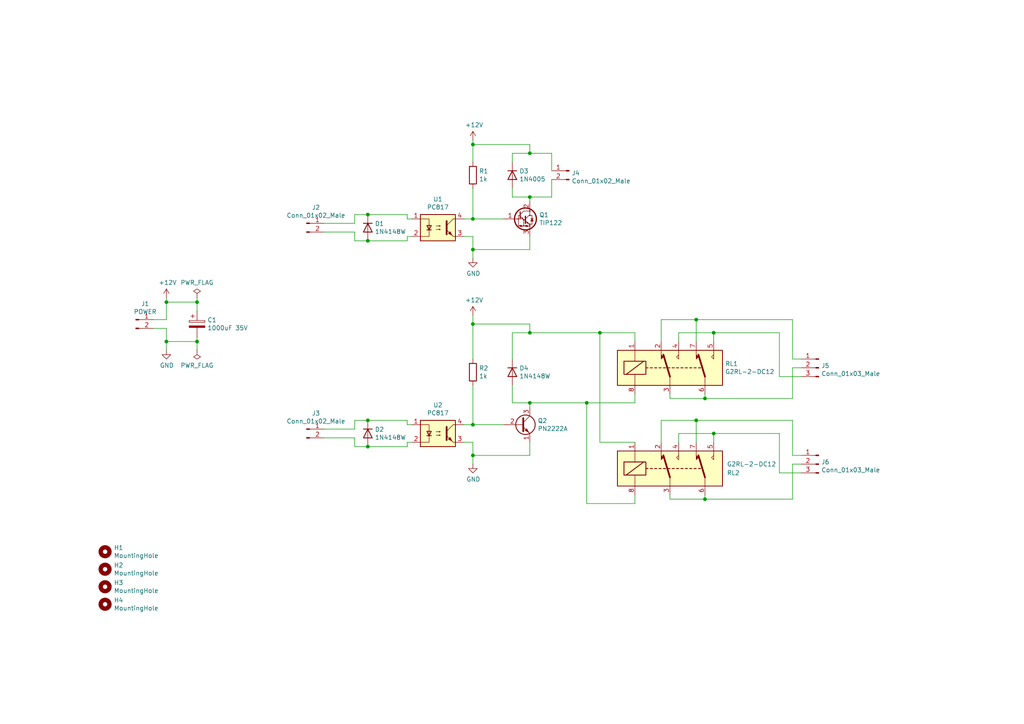
<source format=kicad_sch>
(kicad_sch (version 20230121) (generator eeschema)
  (paper "A4")
  (title_block (title "Slow Switching Outputs") (date "2021-06-21") (rev "1.0"))
  (lib_symbols
    (symbol "Device:R" (pin_numbers hide) (pin_names (offset 0))
      (property "Reference" "R" (at 2.032 0 90))
      (property "Value" "R" (at 0 0 90))
      (symbol "R_0_1"
        (rectangle (start -1.016 -2.54) (end 1.016 2.54) (stroke (width 0.254)))
      )
      (symbol "R_1_1"
        (pin passive line (at 0 3.81 270) (length 1.27) (name "~") (number "1"))
        (pin passive line (at 0 -3.81 90) (length 1.27) (name "~") (number "2"))
      )
    )
    (symbol "Diode:1N4005" (pin_numbers hide) (pin_names hide)
      (property "Reference" "D" (at 0 2.54 0))
      (property "Value" "1N4005" (at 0 -2.54 0))
      (symbol "1N4005_0_1"
        (polyline (pts (xy -1.27 1.27) (xy -1.27 -1.27)) (stroke (width 0.254)))
        (polyline (pts (xy 1.27 0) (xy -1.27 0)))
        (polyline (pts (xy 1.27 1.27) (xy 1.27 -1.27) (xy -1.27 0) (xy 1.27 1.27)) (stroke (width 0.254)))
      )
      (symbol "1N4005_1_1"
        (pin passive line (at -3.81 0 0) (length 2.54) (name "K") (number "1"))
        (pin passive line (at 3.81 0 180) (length 2.54) (name "A") (number "2"))
      )
    )
    (symbol "Diode:1N4148W" (pin_numbers hide) (pin_names hide)
      (property "Reference" "D" (at 0 2.54 0))
      (property "Value" "1N4148W" (at 0 -2.54 0))
      (symbol "1N4148W_0_1"
        (polyline (pts (xy -1.27 1.27) (xy -1.27 -1.27)) (stroke (width 0.254)))
        (polyline (pts (xy 1.27 0) (xy -1.27 0)))
        (polyline (pts (xy 1.27 1.27) (xy 1.27 -1.27) (xy -1.27 0) (xy 1.27 1.27)) (stroke (width 0.254)))
      )
      (symbol "1N4148W_1_1"
        (pin passive line (at -3.81 0 0) (length 2.54) (name "K") (number "1"))
        (pin passive line (at 3.81 0 180) (length 2.54) (name "A") (number "2"))
      )
    )
    (symbol "Isolator:PC817" (pin_names (offset 1.016))
      (property "Reference" "U" (at -5.08 5.08 0))
      (property "Value" "PC817" (at 0 5.08 0))
      (symbol "PC817_0_1"
        (rectangle (start -5.08 3.81) (end 5.08 -3.81) (stroke (width 0.254)) (fill (type background)))
        (polyline (pts (xy -3.175 -0.635) (xy -1.905 -0.635)) (stroke (width 0.254)))
        (polyline (pts (xy 2.54 0.635) (xy 4.445 2.54)))
        (polyline (pts (xy 4.445 -2.54) (xy 2.54 -0.635)) (fill (type outline)))
        (polyline (pts (xy 4.445 -2.54) (xy 5.08 -2.54)))
        (polyline (pts (xy 4.445 2.54) (xy 5.08 2.54)))
        (polyline (pts (xy -5.08 2.54) (xy -2.54 2.54) (xy -2.54 -0.635)))
        (polyline (pts (xy -2.54 -0.635) (xy -2.54 -2.54) (xy -5.08 -2.54)))
        (polyline (pts (xy 2.54 1.905) (xy 2.54 -1.905) (xy 2.54 -1.905)) (stroke (width 0.508)))
        (polyline (pts (xy -2.54 -0.635) (xy -3.175 0.635) (xy -1.905 0.635) (xy -2.54 -0.635)) (stroke (width 0.254)))
        (polyline (pts (xy -0.508 -0.508) (xy 0.762 -0.508) (xy 0.381 -0.635) (xy 0.381 -0.381) (xy 0.762 -0.508)))
        (polyline (pts (xy -0.508 0.508) (xy 0.762 0.508) (xy 0.381 0.381) (xy 0.381 0.635) (xy 0.762 0.508)))
        (polyline (pts (xy 3.048 -1.651) (xy 3.556 -1.143) (xy 4.064 -2.159) (xy 3.048 -1.651) (xy 3.048 -1.651)) (fill (type outline)))
      )
      (symbol "PC817_1_1"
        (pin passive line (at -7.62 2.54 0) (length 2.54) (name "~") (number "1"))
        (pin passive line (at -7.62 -2.54 0) (length 2.54) (name "~") (number "2"))
        (pin passive line (at 7.62 -2.54 180) (length 2.54) (name "~") (number "3"))
        (pin passive line (at 7.62 2.54 180) (length 2.54) (name "~") (number "4"))
      )
    )
    (symbol "Mechanical:MountingHole" (pin_names (offset 1.016))
      (property "Reference" "H" (at 0 5.08 0))
      (property "Value" "MountingHole" (at 0 3.175 0))
      (symbol "MountingHole_0_1"
        (circle (center 0 0) (radius 1.27) (stroke (width 1.27)))
      )
    )
    (symbol "Transistor_BJT:PN2222A" (pin_names (offset 0) hide)
      (property "Reference" "Q" (at 5.08 1.905 0))
      (property "Value" "PN2222A" (at 5.08 0 0))
      (symbol "PN2222A_0_1"
        (polyline (pts (xy 0 0) (xy 0.635 0)))
        (polyline (pts (xy 2.54 -2.54) (xy 0.635 -0.635)))
        (polyline (pts (xy 2.54 2.54) (xy 0.635 0.635)))
        (polyline (pts (xy 0.635 1.905) (xy 0.635 -1.905) (xy 0.635 -1.905)) (stroke (width 0.508)))
        (polyline (pts (xy 2.413 -2.413) (xy 1.905 -1.905) (xy 1.905 -1.905)))
        (polyline (pts (xy 1.143 -1.651) (xy 1.651 -1.143) (xy 2.159 -2.159) (xy 1.143 -1.651) (xy 1.143 -1.651)) (fill (type outline)))
        (circle (center 1.27 0) (radius 2.8194) (stroke (width 0.254)))
      )
      (symbol "PN2222A_1_1"
        (pin passive line (at 2.54 -5.08 90) (length 2.54) (name "E") (number "1"))
        (pin input line (at -5.08 0 0) (length 5.08) (name "B") (number "2"))
        (pin passive line (at 2.54 5.08 270) (length 2.54) (name "C") (number "3"))
      )
    )
    (symbol "Transistor_BJT:TIP122" (pin_names (offset 0) hide)
      (property "Reference" "Q" (at 5.08 1.905 0))
      (property "Value" "TIP122" (at 5.08 0 0))
      (symbol "TIP122_0_1"
        (circle (center -0.762 0) (radius 0.127))
        (polyline (pts (xy -1.27 0) (xy -0.889 0)))
        (polyline (pts (xy 2.54 -2.032) (xy 2.54 -2.54)))
        (polyline (pts (xy 2.54 -1.524) (xy 3.175 -1.524)))
        (polyline (pts (xy 2.794 0.127) (xy 3.556 0.127)))
        (polyline (pts (xy 3.175 -0.635) (xy 3.175 -1.524)))
        (polyline (pts (xy 3.175 1.016) (xy 2.54 1.016)))
        (polyline (pts (xy 3.175 1.016) (xy 3.175 0.127)))
        (polyline (pts (xy -0.254 0.762) (xy 0.762 -0.254) (xy 1.27 -0.254)))
        (polyline (pts (xy -0.254 1.016) (xy -0.762 1.016) (xy -0.762 -2.032)))
        (polyline (pts (xy -0.254 1.27) (xy 0.762 2.286) (xy 2.54 2.286)))
        (polyline (pts (xy -0.254 2.032) (xy -0.254 0) (xy -0.254 0)) (stroke (width 0.3048)))
        (polyline (pts (xy 1.27 0.762) (xy 1.27 -1.27) (xy 1.27 -1.27)) (stroke (width 0.381)))
        (polyline (pts (xy 0.635 -0.127) (xy 0.381 0.381) (xy 0.127 0.127) (xy 0.635 -0.127)))
        (polyline (pts (xy 1.27 -0.508) (xy 2.286 -1.524) (xy 2.54 -1.524) (xy 2.54 -2.032)))
        (polyline (pts (xy 1.27 0) (xy 2.286 1.016) (xy 2.54 1.016) (xy 2.54 2.286)))
        (polyline (pts (xy 2.159 -1.397) (xy 1.905 -0.889) (xy 1.651 -1.143) (xy 2.159 -1.397)))
        (polyline (pts (xy 3.175 0.127) (xy 2.794 -0.635) (xy 3.556 -0.635) (xy 3.175 0.127)) (fill (type outline)))
        (polyline (pts (xy 0.762 -2.032) (xy 0.381 -2.032) (xy 0.254 -2.286) (xy 0.127 -1.778) (xy 0 -2.286) (xy -0.127 -1.778) (xy -0.254 -2.286) (xy -0.381 -1.778) (xy -0.508 -2.032) (xy -0.762 -2.032)))
        (polyline (pts (xy 0.762 -0.254) (xy 0.762 -2.032) (xy 1.143 -2.032) (xy 1.27 -1.778) (xy 1.397 -2.286) (xy 1.524 -1.778) (xy 1.651 -2.286) (xy 1.778 -1.778) (xy 1.905 -2.286) (xy 2.032 -2.032) (xy 2.54 -2.032)))
        (circle (center 0.762 -2.032) (radius 0.127))
        (circle (center 0.762 -0.254) (radius 0.127))
        (circle (center 1.27 0) (radius 3.175) (stroke (width 0.3556)))
        (circle (center 2.54 -2.032) (radius 0.127))
        (circle (center 2.54 -1.524) (radius 0.127))
        (circle (center 2.54 1.016) (radius 0.127))
        (circle (center 2.54 2.286) (radius 0.127))
      )
      (symbol "TIP122_1_1"
        (pin input line (at -5.08 0 0) (length 3.81) (name "B") (number "1"))
        (pin passive line (at 2.54 5.08 270) (length 2.667) (name "C") (number "2"))
        (pin passive line (at 2.54 -5.08 90) (length 2.54) (name "E") (number "3"))
      )
    )
    (symbol "power:+12V" (power) (pin_names (offset 0))
      (property "Value" "+12V" (at 0 3.556 0))
      (symbol "+12V_0_1"
        (polyline (pts (xy -0.762 1.27) (xy 0 2.54)))
        (polyline (pts (xy 0 0) (xy 0 2.54)))
        (polyline (pts (xy 0 2.54) (xy 0.762 1.27)))
      )
      (symbol "+12V_1_1"
        (pin power_in line (at 0 0 90) (length 0) hide (name "+12V") (number "1"))
      )
    )
    (symbol "power:GND" (power) (pin_names (offset 0))
      (property "Value" "GND" (at 0 -3.81 0))
      (symbol "GND_0_1"
        (polyline (pts (xy 0 0) (xy 0 -1.27) (xy 1.27 -1.27) (xy 0 -2.54) (xy -1.27 -1.27) (xy 0 -1.27)))
      )
      (symbol "GND_1_1"
        (pin power_in line (at 0 0 270) (length 0) hide (name "GND") (number "1"))
      )
    )
    (symbol "power:PWR_FLAG" (power) (pin_numbers hide) (pin_names (offset 0) hide)
      (property "Value" "PWR_FLAG" (at 0 3.81 0))
      (symbol "PWR_FLAG_0_0"
        (pin power_out line (at 0 0 90) (length 0) (name "pwr") (number "1"))
      )
      (symbol "PWR_FLAG_0_1"
        (polyline (pts (xy 0 0) (xy 0 1.27) (xy -1.016 1.905) (xy 0 2.54) (xy 1.016 1.905) (xy 0 1.27)))
      )
    )
    (symbol "slow-switching-outputs-rescue:CP-Device" (pin_numbers hide) (pin_names (offset 0.254))
      (property "Reference" "C" (at 0.635 2.54 0))
      (property "Value" "Device_CP" (at 0.635 -2.54 0))
      (symbol "CP-Device_0_1"
        (rectangle (start -2.286 0.508) (end 2.286 1.016))
        (polyline (pts (xy -1.778 2.286) (xy -0.762 2.286)))
        (polyline (pts (xy -1.27 2.794) (xy -1.27 1.778)))
        (rectangle (start 2.286 -0.508) (end -2.286 -1.016) (fill (type outline)))
      )
      (symbol "CP-Device_1_1"
        (pin passive line (at 0 3.81 270) (length 2.794) (name "~") (number "1"))
        (pin passive line (at 0 -3.81 90) (length 2.794) (name "~") (number "2"))
      )
    )
    (symbol "slow-switching-outputs-rescue:Conn_01x02_Male-Connector" (pin_names (offset 1.016) hide)
      (property "Reference" "J" (at 0 2.54 0))
      (property "Value" "Connector_Conn_01x02_Male" (at 0 -5.08 0))
      (symbol "Conn_01x02_Male-Connector_1_1"
        (polyline (pts (xy 1.27 -2.54) (xy 0.8636 -2.54)) (stroke (width 0.1524)))
        (polyline (pts (xy 1.27 0) (xy 0.8636 0)) (stroke (width 0.1524)))
        (rectangle (start 0.8636 -2.413) (end 0 -2.667) (stroke (width 0.1524)) (fill (type outline)))
        (rectangle (start 0.8636 0.127) (end 0 -0.127) (stroke (width 0.1524)) (fill (type outline)))
        (pin passive line (at 5.08 0 180) (length 3.81) (name "Pin_1") (number "1"))
        (pin passive line (at 5.08 -2.54 180) (length 3.81) (name "Pin_2") (number "2"))
      )
    )
    (symbol "slow-switching-outputs-rescue:Conn_01x03_Male-Connector" (pin_names (offset 1.016) hide)
      (property "Reference" "J" (at 0 5.08 0))
      (property "Value" "Connector_Conn_01x03_Male" (at 0 -5.08 0))
      (symbol "Conn_01x03_Male-Connector_1_1"
        (polyline (pts (xy 1.27 -2.54) (xy 0.8636 -2.54)) (stroke (width 0.1524)))
        (polyline (pts (xy 1.27 0) (xy 0.8636 0)) (stroke (width 0.1524)))
        (polyline (pts (xy 1.27 2.54) (xy 0.8636 2.54)) (stroke (width 0.1524)))
        (rectangle (start 0.8636 -2.413) (end 0 -2.667) (stroke (width 0.1524)) (fill (type outline)))
        (rectangle (start 0.8636 0.127) (end 0 -0.127) (stroke (width 0.1524)) (fill (type outline)))
        (rectangle (start 0.8636 2.667) (end 0 2.413) (stroke (width 0.1524)) (fill (type outline)))
        (pin passive line (at 5.08 2.54 180) (length 3.81) (name "Pin_1") (number "1"))
        (pin passive line (at 5.08 0 180) (length 3.81) (name "Pin_2") (number "2"))
        (pin passive line (at 5.08 -2.54 180) (length 3.81) (name "Pin_3") (number "3"))
      )
    )
    (symbol "slow-switching-outputs-rescue:G2RL-2-DC12-Relay"
      (property "Reference" "RL" (at 16.51 3.81 0))
      (property "Value" "Relay_G2RL-2-DC12" (at 16.51 1.27 0))
      (symbol "G2RL-2-DC12-Relay_0_1"
        (rectangle (start -15.24 5.08) (end 15.24 -5.08) (stroke (width 0.254)) (fill (type background)))
        (rectangle (start -13.335 1.905) (end -6.985 -1.905) (stroke (width 0.254)))
        (polyline (pts (xy -12.7 -1.905) (xy -7.62 1.905)) (stroke (width 0.254)))
        (polyline (pts (xy -10.16 -5.08) (xy -10.16 -1.905)))
        (polyline (pts (xy -10.16 5.08) (xy -10.16 1.905)))
        (polyline (pts (xy -6.985 0) (xy -6.35 0)) (stroke (width 0.254)))
        (polyline (pts (xy -5.715 0) (xy -5.08 0)) (stroke (width 0.254)))
        (polyline (pts (xy -4.445 0) (xy -3.81 0)) (stroke (width 0.254)))
        (polyline (pts (xy -3.175 0) (xy -2.54 0)) (stroke (width 0.254)))
        (polyline (pts (xy -1.905 0) (xy -1.27 0)) (stroke (width 0.254)))
        (polyline (pts (xy -0.635 0) (xy 0 0)) (stroke (width 0.254)))
        (polyline (pts (xy 0 -2.54) (xy -1.905 3.81)) (stroke (width 0.508)))
        (polyline (pts (xy 0 -2.54) (xy 0 -5.08)))
        (polyline (pts (xy 0.635 0) (xy 1.27 0)) (stroke (width 0.254)))
        (polyline (pts (xy 1.905 0) (xy 2.54 0)) (stroke (width 0.254)))
        (polyline (pts (xy 3.175 0) (xy 3.81 0)) (stroke (width 0.254)))
        (polyline (pts (xy 4.445 0) (xy 5.08 0)) (stroke (width 0.254)))
        (polyline (pts (xy 5.715 0) (xy 6.35 0)) (stroke (width 0.254)))
        (polyline (pts (xy 6.985 0) (xy 7.62 0)) (stroke (width 0.254)))
        (polyline (pts (xy 8.255 0) (xy 8.89 0)) (stroke (width 0.254)))
        (polyline (pts (xy 10.16 -2.54) (xy 8.255 3.81)) (stroke (width 0.508)))
        (polyline (pts (xy 10.16 -2.54) (xy 10.16 -5.08)))
        (polyline (pts (xy -2.54 5.08) (xy -2.54 2.54) (xy -1.905 3.175) (xy -2.54 3.81)) (fill (type outline)))
        (polyline (pts (xy 2.54 5.08) (xy 2.54 2.54) (xy 1.905 3.175) (xy 2.54 3.81)))
        (polyline (pts (xy 7.62 5.08) (xy 7.62 2.54) (xy 8.255 3.175) (xy 7.62 3.81)) (fill (type outline)))
        (polyline (pts (xy 12.7 5.08) (xy 12.7 2.54) (xy 12.065 3.175) (xy 12.7 3.81)))
      )
      (symbol "G2RL-2-DC12-Relay_1_1"
        (pin passive line (at -10.16 7.62 270) (length 2.54) (name "~") (number "1"))
        (pin passive line (at -2.54 7.62 270) (length 2.54) (name "~") (number "2"))
        (pin passive line (at 0 -7.62 90) (length 2.54) (name "~") (number "3"))
        (pin passive line (at 2.54 7.62 270) (length 2.54) (name "~") (number "4"))
        (pin passive line (at 12.7 7.62 270) (length 2.54) (name "~") (number "5"))
        (pin passive line (at 10.16 -7.62 90) (length 2.54) (name "~") (number "6"))
        (pin passive line (at 7.62 7.62 270) (length 2.54) (name "~") (number "7"))
        (pin passive line (at -10.16 -7.62 90) (length 2.54) (name "~") (number "8"))
      )
    )
  )
  (junction (at 173.99 96.52))
  (junction (at 170.18 116.84))
  (junction (at 48.26 87.63))
  (junction (at 106.68 69.85))
  (junction (at 153.67 57.15))
  (junction (at 207.01 125.73))
  (junction (at 106.68 121.92))
  (junction (at 153.67 96.52))
  (junction (at 207.01 96.52))
  (junction (at 57.15 99.06))
  (junction (at 153.67 44.45))
  (junction (at 137.16 72.39))
  (junction (at 204.47 115.57))
  (junction (at 201.93 92.71))
  (junction (at 204.47 144.78))
  (junction (at 106.68 129.54))
  (junction (at 137.16 63.5))
  (junction (at 106.68 62.23))
  (junction (at 137.16 123.19))
  (junction (at 137.16 93.98))
  (junction (at 137.16 41.91))
  (junction (at 201.93 121.92))
  (junction (at 57.15 87.63))
  (junction (at 137.16 132.08))
  (junction (at 153.67 116.84))
  (junction (at 48.26 99.06))
  (wire (pts (xy 191.77 121.92) (xy 191.77 128.27)))
  (wire (pts (xy 137.16 111.76) (xy 137.16 123.19)))
  (wire (pts (xy 229.87 132.08) (xy 229.87 121.92)))
  (wire (pts (xy 160.02 52.07) (xy 160.02 57.15)))
  (wire (pts (xy 170.18 116.84) (xy 184.15 116.84)))
  (wire (pts (xy 118.11 68.58) (xy 119.38 68.58)))
  (wire (pts (xy 226.06 137.16) (xy 232.41 137.16)))
  (wire (pts (xy 44.45 92.71) (xy 48.26 92.71)))
  (wire (pts (xy 106.68 69.85) (xy 118.11 69.85)))
  (wire (pts (xy 194.31 115.57) (xy 204.47 115.57)))
  (wire (pts (xy 229.87 106.68) (xy 232.41 106.68)))
  (wire (pts (xy 201.93 99.06) (xy 201.93 92.71)))
  (wire (pts (xy 118.11 69.85) (xy 118.11 68.58)))
  (wire (pts (xy 226.06 109.22) (xy 226.06 96.52)))
  (wire (pts (xy 148.59 96.52) (xy 148.59 104.14)))
  (wire (pts (xy 229.87 121.92) (xy 201.93 121.92)))
  (wire (pts (xy 48.26 87.63) (xy 48.26 86.36)))
  (wire (pts (xy 102.87 64.77) (xy 102.87 62.23)))
  (wire (pts (xy 153.67 116.84) (xy 153.67 118.11)))
  (wire (pts (xy 184.15 116.84) (xy 184.15 114.3)))
  (wire (pts (xy 118.11 123.19) (xy 119.38 123.19)))
  (wire (pts (xy 102.87 127) (xy 93.98 127)))
  (wire (pts (xy 118.11 121.92) (xy 118.11 123.19)))
  (wire (pts (xy 229.87 134.62) (xy 229.87 144.78)))
  (wire (pts (xy 57.15 90.17) (xy 57.15 87.63)))
  (wire (pts (xy 106.68 62.23) (xy 118.11 62.23)))
  (wire (pts (xy 153.67 93.98) (xy 137.16 93.98)))
  (wire (pts (xy 232.41 134.62) (xy 229.87 134.62)))
  (wire (pts (xy 232.41 132.08) (xy 229.87 132.08)))
  (wire (pts (xy 148.59 54.61) (xy 148.59 57.15)))
  (wire (pts (xy 196.85 125.73) (xy 207.01 125.73)))
  (wire (pts (xy 57.15 86.36) (xy 57.15 87.63)))
  (wire (pts (xy 201.93 121.92) (xy 191.77 121.92)))
  (wire (pts (xy 146.05 63.5) (xy 137.16 63.5)))
  (wire (pts (xy 153.67 128.27) (xy 153.67 132.08)))
  (wire (pts (xy 44.45 95.25) (xy 48.26 95.25)))
  (wire (pts (xy 106.68 129.54) (xy 102.87 129.54)))
  (wire (pts (xy 194.31 144.78) (xy 194.31 143.51)))
  (wire (pts (xy 106.68 121.92) (xy 118.11 121.92)))
  (wire (pts (xy 137.16 41.91) (xy 137.16 40.64)))
  (wire (pts (xy 102.87 62.23) (xy 106.68 62.23)))
  (wire (pts (xy 137.16 123.19) (xy 134.62 123.19)))
  (wire (pts (xy 232.41 109.22) (xy 226.06 109.22)))
  (wire (pts (xy 118.11 62.23) (xy 118.11 63.5)))
  (wire (pts (xy 232.41 104.14) (xy 229.87 104.14)))
  (wire (pts (xy 146.05 123.19) (xy 137.16 123.19)))
  (wire (pts (xy 153.67 72.39) (xy 137.16 72.39)))
  (wire (pts (xy 57.15 97.79) (xy 57.15 99.06)))
  (wire (pts (xy 191.77 92.71) (xy 191.77 99.06)))
  (wire (pts (xy 170.18 146.05) (xy 184.15 146.05)))
  (wire (pts (xy 226.06 125.73) (xy 226.06 137.16)))
  (wire (pts (xy 201.93 128.27) (xy 201.93 121.92)))
  (wire (pts (xy 148.59 44.45) (xy 148.59 46.99)))
  (wire (pts (xy 170.18 146.05) (xy 170.18 116.84)))
  (wire (pts (xy 184.15 99.06) (xy 184.15 96.52)))
  (wire (pts (xy 102.87 124.46) (xy 102.87 121.92)))
  (wire (pts (xy 57.15 101.6) (xy 57.15 99.06)))
  (wire (pts (xy 57.15 99.06) (xy 48.26 99.06)))
  (wire (pts (xy 173.99 128.27) (xy 173.99 96.52)))
  (wire (pts (xy 137.16 72.39) (xy 137.16 74.93)))
  (wire (pts (xy 204.47 144.78) (xy 194.31 144.78)))
  (wire (pts (xy 201.93 92.71) (xy 191.77 92.71)))
  (wire (pts (xy 153.67 116.84) (xy 170.18 116.84)))
  (wire (pts (xy 153.67 96.52) (xy 148.59 96.52)))
  (wire (pts (xy 137.16 46.99) (xy 137.16 41.91)))
  (wire (pts (xy 102.87 67.31) (xy 93.98 67.31)))
  (wire (pts (xy 194.31 114.3) (xy 194.31 115.57)))
  (wire (pts (xy 204.47 115.57) (xy 204.47 114.3)))
  (wire (pts (xy 160.02 57.15) (xy 153.67 57.15)))
  (wire (pts (xy 148.59 111.76) (xy 148.59 116.84)))
  (wire (pts (xy 207.01 125.73) (xy 226.06 125.73)))
  (wire (pts (xy 137.16 68.58) (xy 137.16 72.39)))
  (wire (pts (xy 153.67 57.15) (xy 153.67 58.42)))
  (wire (pts (xy 102.87 129.54) (xy 102.87 127)))
  (wire (pts (xy 229.87 104.14) (xy 229.87 92.71)))
  (wire (pts (xy 204.47 115.57) (xy 229.87 115.57)))
  (wire (pts (xy 153.67 96.52) (xy 153.67 93.98)))
  (wire (pts (xy 196.85 99.06) (xy 196.85 96.52)))
  (wire (pts (xy 102.87 69.85) (xy 102.87 67.31)))
  (wire (pts (xy 153.67 68.58) (xy 153.67 72.39)))
  (wire (pts (xy 184.15 128.27) (xy 173.99 128.27)))
  (wire (pts (xy 229.87 92.71) (xy 201.93 92.71)))
  (wire (pts (xy 106.68 129.54) (xy 118.11 129.54)))
  (wire (pts (xy 93.98 64.77) (xy 102.87 64.77)))
  (wire (pts (xy 160.02 44.45) (xy 153.67 44.45)))
  (wire (pts (xy 48.26 87.63) (xy 57.15 87.63)))
  (wire (pts (xy 137.16 132.08) (xy 137.16 134.62)))
  (wire (pts (xy 173.99 96.52) (xy 184.15 96.52)))
  (wire (pts (xy 148.59 44.45) (xy 153.67 44.45)))
  (wire (pts (xy 134.62 128.27) (xy 137.16 128.27)))
  (wire (pts (xy 137.16 93.98) (xy 137.16 104.14)))
  (wire (pts (xy 137.16 63.5) (xy 134.62 63.5)))
  (wire (pts (xy 196.85 96.52) (xy 207.01 96.52)))
  (wire (pts (xy 226.06 96.52) (xy 207.01 96.52)))
  (wire (pts (xy 93.98 124.46) (xy 102.87 124.46)))
  (wire (pts (xy 48.26 99.06) (xy 48.26 101.6)))
  (wire (pts (xy 137.16 91.44) (xy 137.16 93.98)))
  (wire (pts (xy 196.85 128.27) (xy 196.85 125.73)))
  (wire (pts (xy 118.11 128.27) (xy 119.38 128.27)))
  (wire (pts (xy 118.11 63.5) (xy 119.38 63.5)))
  (wire (pts (xy 204.47 144.78) (xy 204.47 143.51)))
  (wire (pts (xy 148.59 116.84) (xy 153.67 116.84)))
  (wire (pts (xy 153.67 44.45) (xy 153.67 41.91)))
  (wire (pts (xy 137.16 54.61) (xy 137.16 63.5)))
  (wire (pts (xy 137.16 128.27) (xy 137.16 132.08)))
  (wire (pts (xy 160.02 44.45) (xy 160.02 49.53)))
  (wire (pts (xy 229.87 144.78) (xy 204.47 144.78)))
  (wire (pts (xy 48.26 95.25) (xy 48.26 99.06)))
  (wire (pts (xy 48.26 92.71) (xy 48.26 87.63)))
  (wire (pts (xy 106.68 69.85) (xy 102.87 69.85)))
  (wire (pts (xy 153.67 96.52) (xy 173.99 96.52)))
  (wire (pts (xy 118.11 129.54) (xy 118.11 128.27)))
  (wire (pts (xy 153.67 132.08) (xy 137.16 132.08)))
  (wire (pts (xy 229.87 115.57) (xy 229.87 106.68)))
  (wire (pts (xy 184.15 146.05) (xy 184.15 143.51)))
  (wire (pts (xy 134.62 68.58) (xy 137.16 68.58)))
  (wire (pts (xy 148.59 57.15) (xy 153.67 57.15)))
  (wire (pts (xy 207.01 125.73) (xy 207.01 128.27)))
  (wire (pts (xy 102.87 121.92) (xy 106.68 121.92)))
  (wire (pts (xy 207.01 96.52) (xy 207.01 99.06)))
  (wire (pts (xy 137.16 41.91) (xy 153.67 41.91)))
  (symbol (lib_id "Isolator:PC817") (at 127 66.04 0) (unit 1)
    (property "Reference" "U1" (at 127 57.785 0))
    (property "Value" "PC817" (at 127 60.0964 0))
    (property "Footprint" "Package_DIP:DIP-4_W7.62mm" (effects hide))
    (property "Datasheet" "http://www.soselectronic.cz/a_info/resource/d/pc817.pdf" (effects hide))
  )
  (symbol (lib_id "Diode:1N4148W") (at 106.68 66.04 270) (unit 1)
    (property "Reference" "D1" (at 108.712 64.8716 90) (effects (justify left)))
    (property "Value" "1N4148W" (at 108.712 67.183 90) (effects (justify left)))
    (property "Footprint" "Diode_SMD:D_SOD-123" (effects hide))
    (property "Datasheet" "https://www.vishay.com/docs/85748/1n4148w.pdf" (effects hide))
  )
  (symbol (lib_id "slow-switching-outputs-rescue:Conn_01x02_Male-Connector") (at 88.9 64.77 0) (unit 1)
    (property "Reference" "J2" (at 91.6432 60.1726 0))
    (property "Value" "Conn_01x02_Male" (at 91.6432 62.484 0))
    (property "Footprint" "Connector_PinHeader_2.54mm:PinHeader_1x02_P2.54mm_Vertical" (effects hide))
  )
  (symbol (lib_id "power:GND") (at 137.16 74.93 0) (unit 1)
    (property "Reference" "#PWR0101" (effects hide))
    (property "Value" "GND" (at 137.287 79.3242 0))
  )
  (symbol (lib_id "power:+12V") (at 137.16 40.64 0) (unit 1)
    (property "Reference" "#PWR0102" (effects hide))
    (property "Value" "+12V" (at 137.541 36.2458 0))
  )
  (symbol (lib_id "Device:R") (at 137.16 50.8 0) (unit 1)
    (property "Reference" "R1" (at 138.938 49.6316 0) (effects (justify left)))
    (property "Value" "1k" (at 138.938 51.943 0) (effects (justify left)))
    (property "Footprint" "Resistor_SMD:R_1206_3216Metric_Pad1.30x1.75mm_HandSolder" (effects hide))
  )
  (symbol (lib_id "Transistor_BJT:TIP122") (at 151.13 63.5 0) (unit 1)
    (property "Reference" "Q1" (at 156.3878 62.3316 0) (effects (justify left)))
    (property "Value" "TIP122" (at 156.3878 64.643 0) (effects (justify left)))
    (property "Footprint" "Package_TO_SOT_THT:TO-220-3_Vertical" (effects hide))
    (property "Datasheet" "https://www.onsemi.com/pub/Collateral/TIP120-D.PDF" (effects hide))
  )
  (symbol (lib_id "Diode:1N4005") (at 148.59 50.8 270) (unit 1)
    (property "Reference" "D3" (at 150.622 49.6316 90) (effects (justify left)))
    (property "Value" "1N4005" (at 150.622 51.943 90) (effects (justify left)))
    (property "Footprint" "Diode_SMD:D_SMB_Handsoldering" (effects hide))
    (property "Datasheet" "http://www.vishay.com/docs/88503/1n4001.pdf" (effects hide))
  )
  (symbol (lib_id "slow-switching-outputs-rescue:Conn_01x02_Male-Connector") (at 165.1 49.53 0) (mirror y) (unit 1)
    (property "Reference" "J4" (at 165.8112 50.1904 0) (effects (justify right)))
    (property "Value" "Conn_01x02_Male" (at 165.8112 52.5018 0) (effects (justify right)))
    (property "Footprint" "Connector_Phoenix_MSTB:PhoenixContact_MSTBVA_2,5_2-G-5,08_1x02_P5.08mm_Vertical" (effects hide))
  )
  (symbol (lib_id "Isolator:PC817") (at 127 125.73 0) (unit 1)
    (property "Reference" "U2" (at 127 117.475 0))
    (property "Value" "PC817" (at 127 119.7864 0))
    (property "Footprint" "Package_DIP:DIP-4_W7.62mm" (effects hide))
    (property "Datasheet" "http://www.soselectronic.cz/a_info/resource/d/pc817.pdf" (effects hide))
  )
  (symbol (lib_id "Diode:1N4148W") (at 106.68 125.73 270) (unit 1)
    (property "Reference" "D2" (at 108.712 124.5616 90) (effects (justify left)))
    (property "Value" "1N4148W" (at 108.712 126.873 90) (effects (justify left)))
    (property "Footprint" "Diode_SMD:D_SOD-123" (effects hide))
    (property "Datasheet" "https://www.vishay.com/docs/85748/1n4148w.pdf" (effects hide))
  )
  (symbol (lib_id "slow-switching-outputs-rescue:Conn_01x02_Male-Connector") (at 88.9 124.46 0) (unit 1)
    (property "Reference" "J3" (at 91.6432 119.8626 0))
    (property "Value" "Conn_01x02_Male" (at 91.6432 122.174 0))
    (property "Footprint" "Connector_PinHeader_2.54mm:PinHeader_1x02_P2.54mm_Vertical" (effects hide))
  )
  (symbol (lib_id "power:GND") (at 137.16 134.62 0) (unit 1)
    (property "Reference" "#PWR0103" (effects hide))
    (property "Value" "GND" (at 137.287 139.0142 0))
  )
  (symbol (lib_id "power:+12V") (at 137.16 91.44 0) (unit 1)
    (property "Reference" "#PWR0104" (effects hide))
    (property "Value" "+12V" (at 137.541 87.0458 0))
  )
  (symbol (lib_id "Device:R") (at 137.16 107.95 0) (unit 1)
    (property "Reference" "R2" (at 138.938 106.7816 0) (effects (justify left)))
    (property "Value" "1k" (at 138.938 109.093 0) (effects (justify left)))
    (property "Footprint" "Resistor_SMD:R_1206_3216Metric_Pad1.30x1.75mm_HandSolder" (effects hide))
  )
  (symbol (lib_id "Transistor_BJT:PN2222A") (at 151.13 123.19 0) (unit 1)
    (property "Reference" "Q2" (at 155.956 122.0216 0) (effects (justify left)))
    (property "Value" "PN2222A" (at 155.956 124.333 0) (effects (justify left)))
    (property "Footprint" "Package_TO_SOT_THT:TO-18-3" (effects hide))
    (property "Datasheet" "https://www.onsemi.com/pub/Collateral/PN2222-D.PDF" (effects hide))
  )
  (symbol (lib_id "Diode:1N4148W") (at 148.59 107.95 270) (unit 1)
    (property "Reference" "D4" (at 150.622 106.7816 90) (effects (justify left)))
    (property "Value" "1N4148W" (at 150.622 109.093 90) (effects (justify left)))
    (property "Footprint" "Diode_SMD:D_SOD-123" (effects hide))
    (property "Datasheet" "https://www.vishay.com/docs/85748/1n4148w.pdf" (effects hide))
  )
  (symbol (lib_id "slow-switching-outputs-rescue:G2RL-2-DC12-Relay") (at 194.31 106.68 0) (unit 1)
    (property "Reference" "RL1" (at 210.312 105.5116 0) (effects (justify left)))
    (property "Value" "G2RL-2-DC12" (at 210.312 107.823 0) (effects (justify left)))
    (property "Footprint" "Relay_THT:Relay_DPDT_Omron_G2RL" (effects hide))
    (property "Datasheet" "https://omronfs.omron.com/en_US/ecb/products/pdf/en-g2rl.pdf" (effects hide))
  )
  (symbol (lib_id "slow-switching-outputs-rescue:G2RL-2-DC12-Relay") (at 194.31 135.89 0) (unit 1)
    (property "Reference" "RL2" (at 210.82 137.16 0) (effects (justify left)))
    (property "Value" "G2RL-2-DC12" (at 210.82 134.62 0) (effects (justify left)))
    (property "Footprint" "Relay_THT:Relay_DPDT_Omron_G2RL" (effects hide))
    (property "Datasheet" "https://omronfs.omron.com/en_US/ecb/products/pdf/en-g2rl.pdf" (effects hide))
  )
  (symbol (lib_id "power:+12V") (at 48.26 86.36 0) (unit 1)
    (property "Reference" "#PWR0105" (effects hide))
    (property "Value" "+12V" (at 48.641 81.9658 0))
  )
  (symbol (lib_id "power:GND") (at 48.26 101.6 0) (unit 1)
    (property "Reference" "#PWR0106" (effects hide))
    (property "Value" "GND" (at 48.387 105.9942 0))
  )
  (symbol (lib_id "slow-switching-outputs-rescue:Conn_01x02_Male-Connector") (at 39.37 92.71 0) (unit 1)
    (property "Reference" "J1" (at 42.1132 88.1126 0))
    (property "Value" "POWER" (at 42.1132 90.424 0))
    (property "Footprint" "Connector_Phoenix_MSTB:PhoenixContact_MSTBVA_2,5_2-G-5,08_1x02_P5.08mm_Vertical" (effects hide))
  )
  (symbol (lib_id "slow-switching-outputs-rescue:CP-Device") (at 57.15 93.98 0) (unit 1)
    (property "Reference" "C1" (at 60.1472 92.8116 0) (effects (justify left)))
    (property "Value" "1000uF 35V" (at 60.1472 95.123 0) (effects (justify left)))
    (property "Footprint" "Capacitor_THT:CP_Radial_D16.0mm_P7.50mm" (effects hide))
  )
  (symbol (lib_id "Mechanical:MountingHole") (at 30.48 160.02 0) (unit 1)
    (property "Reference" "H1" (at 33.02 158.8516 0) (effects (justify left)))
    (property "Value" "MountingHole" (at 33.02 161.163 0) (effects (justify left)))
    (property "Footprint" "MountingHole:MountingHole_3.2mm_M3_Pad" (effects hide))
  )
  (symbol (lib_id "Mechanical:MountingHole") (at 30.48 165.1 0) (unit 1)
    (property "Reference" "H2" (at 33.02 163.9316 0) (effects (justify left)))
    (property "Value" "MountingHole" (at 33.02 166.243 0) (effects (justify left)))
    (property "Footprint" "MountingHole:MountingHole_3.2mm_M3_Pad" (effects hide))
  )
  (symbol (lib_id "Mechanical:MountingHole") (at 30.48 170.18 0) (unit 1)
    (property "Reference" "H3" (at 33.02 169.0116 0) (effects (justify left)))
    (property "Value" "MountingHole" (at 33.02 171.323 0) (effects (justify left)))
    (property "Footprint" "MountingHole:MountingHole_3.2mm_M3_Pad" (effects hide))
  )
  (symbol (lib_id "Mechanical:MountingHole") (at 30.48 175.26 0) (unit 1)
    (property "Reference" "H4" (at 33.02 174.0916 0) (effects (justify left)))
    (property "Value" "MountingHole" (at 33.02 176.403 0) (effects (justify left)))
    (property "Footprint" "MountingHole:MountingHole_3.2mm_M3_Pad" (effects hide))
  )
  (symbol (lib_id "slow-switching-outputs-rescue:Conn_01x03_Male-Connector") (at 237.49 106.68 0) (mirror y) (unit 1)
    (property "Reference" "J5" (at 238.2012 106.0704 0) (effects (justify right)))
    (property "Value" "Conn_01x03_Male" (at 238.2012 108.3818 0) (effects (justify right)))
    (property "Footprint" "Connector_Phoenix_MSTB:PhoenixContact_MSTBVA_2,5_3-G-5,08_1x03_P5.08mm_Vertical" (effects hide))
  )
  (symbol (lib_id "slow-switching-outputs-rescue:Conn_01x03_Male-Connector") (at 237.49 134.62 0) (mirror y) (unit 1)
    (property "Reference" "J6" (at 238.2012 134.0104 0) (effects (justify right)))
    (property "Value" "Conn_01x03_Male" (at 238.2012 136.3218 0) (effects (justify right)))
    (property "Footprint" "Connector_Phoenix_MSTB:PhoenixContact_MSTBVA_2,5_3-G-5,08_1x03_P5.08mm_Vertical" (effects hide))
  )
  (symbol (lib_id "power:PWR_FLAG") (at 57.15 86.36 0) (unit 1)
    (property "Reference" "#FLG0101" (effects hide))
    (property "Value" "PWR_FLAG" (at 57.15 81.9658 0))
  )
  (symbol (lib_id "power:PWR_FLAG") (at 57.15 101.6 180) (unit 1)
    (property "Reference" "#FLG0102" (effects hide))
    (property "Value" "PWR_FLAG" (at 57.15 105.9942 0))
  )
)
</source>
